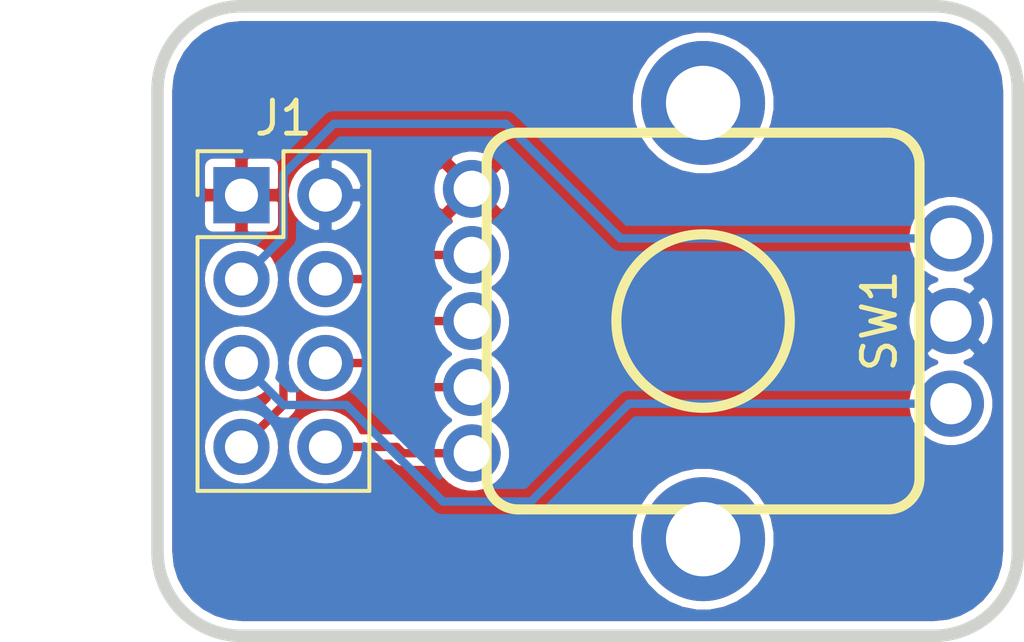
<source format=kicad_pcb>
(kicad_pcb (version 20171130) (host pcbnew "(5.1.4)-1")

  (general
    (thickness 1.6)
    (drawings 8)
    (tracks 27)
    (zones 0)
    (modules 2)
    (nets 9)
  )

  (page A4)
  (layers
    (0 F.Cu signal)
    (31 B.Cu signal)
    (32 B.Adhes user)
    (33 F.Adhes user)
    (34 B.Paste user)
    (35 F.Paste user)
    (36 B.SilkS user)
    (37 F.SilkS user)
    (38 B.Mask user)
    (39 F.Mask user)
    (40 Dwgs.User user)
    (41 Cmts.User user)
    (42 Eco1.User user)
    (43 Eco2.User user)
    (44 Edge.Cuts user)
    (45 Margin user)
    (46 B.CrtYd user)
    (47 F.CrtYd user)
    (48 B.Fab user)
    (49 F.Fab user)
  )

  (setup
    (last_trace_width 0.1524)
    (user_trace_width 0.1524)
    (user_trace_width 0.254)
    (trace_clearance 0.2032)
    (zone_clearance 0.254)
    (zone_45_only no)
    (trace_min 0.127)
    (via_size 0.762)
    (via_drill 0.381)
    (via_min_size 0.635)
    (via_min_drill 0.254)
    (uvia_size 0.3)
    (uvia_drill 0.1)
    (uvias_allowed no)
    (uvia_min_size 0.2)
    (uvia_min_drill 0.1)
    (edge_width 0.381)
    (segment_width 0.2)
    (pcb_text_width 0.3)
    (pcb_text_size 1.5 1.5)
    (mod_edge_width 0.12)
    (mod_text_size 1 1)
    (mod_text_width 0.15)
    (pad_size 1.524 1.524)
    (pad_drill 0.762)
    (pad_to_mask_clearance 0.0508)
    (solder_mask_min_width 0.0508)
    (aux_axis_origin 165.1 99.06)
    (visible_elements 7FFFFFFF)
    (pcbplotparams
      (layerselection 0x010fc_ffffffff)
      (usegerberextensions false)
      (usegerberattributes false)
      (usegerberadvancedattributes false)
      (creategerberjobfile false)
      (excludeedgelayer true)
      (linewidth 0.100000)
      (plotframeref false)
      (viasonmask false)
      (mode 1)
      (useauxorigin true)
      (hpglpennumber 1)
      (hpglpenspeed 20)
      (hpglpendiameter 15.000000)
      (psnegative false)
      (psa4output false)
      (plotreference false)
      (plotvalue false)
      (plotinvisibletext false)
      (padsonsilk false)
      (subtractmaskfromsilk true)
      (outputformat 1)
      (mirror false)
      (drillshape 0)
      (scaleselection 1)
      (outputdirectory "Encoder Breakout Gerbers 3-27-1531/"))
  )

  (net 0 "")
  (net 1 /BLUE)
  (net 2 /ENC_SW)
  (net 3 /GREEN)
  (net 4 /ENC_B)
  (net 5 /RED)
  (net 6 /ENC_A)
  (net 7 /GND)
  (net 8 /VCC)

  (net_class Default "This is the default net class."
    (clearance 0.2032)
    (trace_width 0.1524)
    (via_dia 0.762)
    (via_drill 0.381)
    (uvia_dia 0.3)
    (uvia_drill 0.1)
    (add_net /BLUE)
    (add_net /ENC_A)
    (add_net /ENC_B)
    (add_net /ENC_SW)
    (add_net /GND)
    (add_net /GREEN)
    (add_net /RED)
    (add_net /VCC)
  )

  (module Custom-Electromechanical:Rotary_Encoder_RGB (layer F.Cu) (tedit 5DE07FE4) (tstamp 5DE1CDD7)
    (at 165.1 99.06 90)
    (path /5DE18EBC)
    (fp_text reference SW1 (at 0 5.334 90) (layer F.SilkS)
      (effects (font (size 1 1) (thickness 0.15)))
    )
    (fp_text value Rotary_Encoder_RGB (at 0 -9.398 90) (layer F.Fab)
      (effects (font (size 1 1) (thickness 0.15)))
    )
    (fp_arc (start -4.75 5.6) (end -5.7 5.599999) (angle -90) (layer F.SilkS) (width 0.304799))
    (fp_line (start 5.699999 5.6) (end 5.699999 -5.599999) (layer F.SilkS) (width 0.304799))
    (fp_arc (start -4.75 -5.6) (end -4.75 -6.55) (angle -90) (layer F.SilkS) (width 0.304799))
    (fp_line (start 4.75 -6.549999) (end -4.75 -6.55) (layer F.SilkS) (width 0.304799))
    (fp_arc (start 4.75 5.6) (end 4.749999 6.55) (angle -90) (layer F.SilkS) (width 0.304799))
    (fp_line (start -5.7 -5.6) (end -5.7 5.599999) (layer F.SilkS) (width 0.304799))
    (fp_circle (center 0 0) (end 2.625 0) (layer F.SilkS) (width 0.304799))
    (fp_line (start -4.75 6.55) (end 4.749999 6.55) (layer F.SilkS) (width 0.304799))
    (fp_arc (start 4.749999 -5.599999) (end 5.699999 -5.599999) (angle -90) (layer F.SilkS) (width 0.304799))
    (pad M thru_hole circle (at 6.6 0 90) (size 3.75 3.75) (drill 2.25) (layers *.Cu *.Mask))
    (pad M thru_hole circle (at -6.6 0 90) (size 3.75 3.75) (drill 2.25) (layers *.Cu *.Mask))
    (pad 5 thru_hole circle (at 4 -7 90) (size 1.75 1.75) (drill 1.1) (layers *.Cu *.Mask)
      (net 8 /VCC))
    (pad 4 thru_hole circle (at 2 -7 90) (size 1.75 1.75) (drill 1.1) (layers *.Cu *.Mask)
      (net 1 /BLUE))
    (pad 3 thru_hole circle (at 0 -7 90) (size 1.75 1.75) (drill 1.1) (layers *.Cu *.Mask)
      (net 2 /ENC_SW))
    (pad 2 thru_hole circle (at -2 -7 90) (size 1.75 1.75) (drill 1.1) (layers *.Cu *.Mask)
      (net 3 /GREEN))
    (pad 1 thru_hole circle (at -4 -7 90) (size 1.75 1.75) (drill 1.1) (layers *.Cu *.Mask)
      (net 5 /RED))
    (pad B thru_hole circle (at 2.5 7.5 90) (size 2 2) (drill 1.25) (layers *.Cu *.Mask)
      (net 4 /ENC_B))
    (pad C thru_hole circle (at 0 7.5 90) (size 2 2) (drill 1.25) (layers *.Cu *.Mask)
      (net 7 /GND))
    (pad A thru_hole circle (at -2.5 7.5 90) (size 2 2) (drill 1.25) (layers *.Cu *.Mask)
      (net 6 /ENC_A))
    (model :CUSTOM_3D:Rotary_Encoder_RGB_Assembly.stp
      (at (xyz 0 0 0))
      (scale (xyz 1 1 1))
      (rotate (xyz 0 0 -90))
    )
  )

  (module Connector_PinHeader_2.54mm:PinHeader_2x04_P2.54mm_Vertical (layer F.Cu) (tedit 59FED5CC) (tstamp 5DE1CDC0)
    (at 151.13 95.25)
    (descr "Through hole straight pin header, 2x04, 2.54mm pitch, double rows")
    (tags "Through hole pin header THT 2x04 2.54mm double row")
    (path /5DE1D285)
    (fp_text reference J1 (at 1.27 -2.33) (layer F.SilkS)
      (effects (font (size 1 1) (thickness 0.15)))
    )
    (fp_text value Conn_02x04_Odd_Even (at 1.27 9.95) (layer F.Fab)
      (effects (font (size 1 1) (thickness 0.15)))
    )
    (fp_text user %R (at 1.27 3.81 90) (layer F.Fab)
      (effects (font (size 1 1) (thickness 0.15)))
    )
    (fp_line (start 4.35 -1.8) (end -1.8 -1.8) (layer F.CrtYd) (width 0.05))
    (fp_line (start 4.35 9.4) (end 4.35 -1.8) (layer F.CrtYd) (width 0.05))
    (fp_line (start -1.8 9.4) (end 4.35 9.4) (layer F.CrtYd) (width 0.05))
    (fp_line (start -1.8 -1.8) (end -1.8 9.4) (layer F.CrtYd) (width 0.05))
    (fp_line (start -1.33 -1.33) (end 0 -1.33) (layer F.SilkS) (width 0.12))
    (fp_line (start -1.33 0) (end -1.33 -1.33) (layer F.SilkS) (width 0.12))
    (fp_line (start 1.27 -1.33) (end 3.87 -1.33) (layer F.SilkS) (width 0.12))
    (fp_line (start 1.27 1.27) (end 1.27 -1.33) (layer F.SilkS) (width 0.12))
    (fp_line (start -1.33 1.27) (end 1.27 1.27) (layer F.SilkS) (width 0.12))
    (fp_line (start 3.87 -1.33) (end 3.87 8.95) (layer F.SilkS) (width 0.12))
    (fp_line (start -1.33 1.27) (end -1.33 8.95) (layer F.SilkS) (width 0.12))
    (fp_line (start -1.33 8.95) (end 3.87 8.95) (layer F.SilkS) (width 0.12))
    (fp_line (start -1.27 0) (end 0 -1.27) (layer F.Fab) (width 0.1))
    (fp_line (start -1.27 8.89) (end -1.27 0) (layer F.Fab) (width 0.1))
    (fp_line (start 3.81 8.89) (end -1.27 8.89) (layer F.Fab) (width 0.1))
    (fp_line (start 3.81 -1.27) (end 3.81 8.89) (layer F.Fab) (width 0.1))
    (fp_line (start 0 -1.27) (end 3.81 -1.27) (layer F.Fab) (width 0.1))
    (pad 8 thru_hole oval (at 2.54 7.62) (size 1.7 1.7) (drill 1) (layers *.Cu *.Mask)
      (net 5 /RED))
    (pad 7 thru_hole oval (at 0 7.62) (size 1.7 1.7) (drill 1) (layers *.Cu *.Mask)
      (net 2 /ENC_SW))
    (pad 6 thru_hole oval (at 2.54 5.08) (size 1.7 1.7) (drill 1) (layers *.Cu *.Mask)
      (net 3 /GREEN))
    (pad 5 thru_hole oval (at 0 5.08) (size 1.7 1.7) (drill 1) (layers *.Cu *.Mask)
      (net 6 /ENC_A))
    (pad 4 thru_hole oval (at 2.54 2.54) (size 1.7 1.7) (drill 1) (layers *.Cu *.Mask)
      (net 1 /BLUE))
    (pad 3 thru_hole oval (at 0 2.54) (size 1.7 1.7) (drill 1) (layers *.Cu *.Mask)
      (net 4 /ENC_B))
    (pad 2 thru_hole oval (at 2.54 0) (size 1.7 1.7) (drill 1) (layers *.Cu *.Mask)
      (net 7 /GND))
    (pad 1 thru_hole rect (at 0 0) (size 1.7 1.7) (drill 1) (layers *.Cu *.Mask)
      (net 8 /VCC))
  )

  (gr_arc (start 151.13 106.045) (end 148.59 106.045) (angle -90) (layer Edge.Cuts) (width 0.381))
  (gr_arc (start 151.13 92.075) (end 151.13 89.535) (angle -90) (layer Edge.Cuts) (width 0.381))
  (gr_arc (start 172.085 92.075) (end 174.625 92.075) (angle -90) (layer Edge.Cuts) (width 0.381))
  (gr_arc (start 172.085 106.045) (end 172.085 108.585) (angle -90) (layer Edge.Cuts) (width 0.381))
  (gr_line (start 151.13 108.585) (end 172.085 108.585) (layer Edge.Cuts) (width 0.381))
  (gr_line (start 148.59 92.075) (end 148.59 106.045) (layer Edge.Cuts) (width 0.381))
  (gr_line (start 172.085 89.535) (end 151.13 89.535) (layer Edge.Cuts) (width 0.381))
  (gr_line (start 174.625 106.045) (end 174.625 92.075) (layer Edge.Cuts) (width 0.381))

  (segment (start 155.956 97.79) (end 153.67 97.79) (width 0.254) (layer F.Cu) (net 1))
  (segment (start 158.1 97.06) (end 156.686 97.06) (width 0.254) (layer F.Cu) (net 1))
  (segment (start 156.686 97.06) (end 155.956 97.79) (width 0.254) (layer F.Cu) (net 1))
  (segment (start 151.979999 102.020001) (end 151.13 102.87) (width 0.254) (layer F.Cu) (net 2))
  (segment (start 152.4 101.6) (end 151.979999 102.020001) (width 0.254) (layer F.Cu) (net 2))
  (segment (start 152.4 99.695) (end 152.4 101.6) (width 0.254) (layer F.Cu) (net 2))
  (segment (start 158.1 99.06) (end 153.035 99.06) (width 0.254) (layer F.Cu) (net 2))
  (segment (start 153.035 99.06) (end 152.4 99.695) (width 0.254) (layer F.Cu) (net 2))
  (segment (start 158.1 101.06) (end 156.686 101.06) (width 0.254) (layer F.Cu) (net 3))
  (segment (start 155.956 100.33) (end 153.67 100.33) (width 0.254) (layer F.Cu) (net 3))
  (segment (start 156.686 101.06) (end 155.956 100.33) (width 0.254) (layer F.Cu) (net 3))
  (segment (start 152.4 96.52) (end 151.13 97.79) (width 0.254) (layer B.Cu) (net 4))
  (segment (start 152.4 94.615) (end 152.4 96.52) (width 0.254) (layer B.Cu) (net 4))
  (segment (start 153.924 93.091) (end 152.4 94.615) (width 0.254) (layer B.Cu) (net 4))
  (segment (start 159.131 93.091) (end 153.924 93.091) (width 0.254) (layer B.Cu) (net 4))
  (segment (start 172.6 96.56) (end 162.6 96.56) (width 0.254) (layer B.Cu) (net 4))
  (segment (start 162.6 96.56) (end 159.131 93.091) (width 0.254) (layer B.Cu) (net 4))
  (segment (start 158.1 103.06) (end 156.019 103.06) (width 0.254) (layer F.Cu) (net 5))
  (segment (start 155.829 102.87) (end 153.67 102.87) (width 0.254) (layer F.Cu) (net 5))
  (segment (start 156.019 103.06) (end 155.829 102.87) (width 0.254) (layer F.Cu) (net 5))
  (segment (start 152.4 101.6) (end 154.305 101.6) (width 0.254) (layer B.Cu) (net 6))
  (segment (start 151.13 100.33) (end 152.4 101.6) (width 0.254) (layer B.Cu) (net 6))
  (segment (start 154.305 101.6) (end 157.226 104.521) (width 0.254) (layer B.Cu) (net 6))
  (segment (start 171.185787 101.56) (end 172.6 101.56) (width 0.254) (layer B.Cu) (net 6))
  (segment (start 157.226 104.521) (end 159.893 104.521) (width 0.254) (layer B.Cu) (net 6))
  (segment (start 159.893 104.521) (end 162.854 101.56) (width 0.254) (layer B.Cu) (net 6))
  (segment (start 162.854 101.56) (end 171.185787 101.56) (width 0.254) (layer B.Cu) (net 6))

  (zone (net 8) (net_name /VCC) (layer F.Cu) (tstamp 5E7E5504) (hatch edge 0.508)
    (connect_pads (clearance 0.254))
    (min_thickness 0.1524)
    (fill yes (arc_segments 32) (thermal_gap 0.254) (thermal_bridge_width 0.381))
    (polygon
      (pts
        (xy 148.59 89.535) (xy 174.625 89.535) (xy 174.625 108.585) (xy 148.59 108.585)
      )
    )
    (filled_polygon
      (pts
        (xy 172.476734 90.096607) (xy 172.853541 90.210371) (xy 173.201081 90.395162) (xy 173.506108 90.643934) (xy 173.757005 90.947218)
        (xy 173.944217 91.29346) (xy 174.060609 91.669462) (xy 174.104301 92.08516) (xy 174.1043 106.019532) (xy 174.063393 106.436734)
        (xy 173.949627 106.813544) (xy 173.764837 107.161084) (xy 173.516064 107.466109) (xy 173.212782 107.717005) (xy 172.866543 107.904215)
        (xy 172.490539 108.020609) (xy 172.074849 108.0643) (xy 151.155468 108.0643) (xy 150.738266 108.023393) (xy 150.361456 107.909627)
        (xy 150.013916 107.724837) (xy 149.708891 107.476064) (xy 149.457995 107.172782) (xy 149.270785 106.826543) (xy 149.154391 106.450539)
        (xy 149.1107 106.034849) (xy 149.1107 105.442807) (xy 162.8948 105.442807) (xy 162.8948 105.877193) (xy 162.979545 106.303233)
        (xy 163.145777 106.704554) (xy 163.387109 107.065733) (xy 163.694267 107.372891) (xy 164.055446 107.614223) (xy 164.456767 107.780455)
        (xy 164.882807 107.8652) (xy 165.317193 107.8652) (xy 165.743233 107.780455) (xy 166.144554 107.614223) (xy 166.505733 107.372891)
        (xy 166.812891 107.065733) (xy 167.054223 106.704554) (xy 167.220455 106.303233) (xy 167.3052 105.877193) (xy 167.3052 105.442807)
        (xy 167.220455 105.016767) (xy 167.054223 104.615446) (xy 166.812891 104.254267) (xy 166.505733 103.947109) (xy 166.144554 103.705777)
        (xy 165.743233 103.539545) (xy 165.317193 103.4548) (xy 164.882807 103.4548) (xy 164.456767 103.539545) (xy 164.055446 103.705777)
        (xy 163.694267 103.947109) (xy 163.387109 104.254267) (xy 163.145777 104.615446) (xy 162.979545 105.016767) (xy 162.8948 105.442807)
        (xy 149.1107 105.442807) (xy 149.1107 100.33) (xy 149.94409 100.33) (xy 149.966877 100.56136) (xy 150.034362 100.783828)
        (xy 150.143952 100.988856) (xy 150.291435 101.168565) (xy 150.471144 101.316048) (xy 150.676172 101.425638) (xy 150.89864 101.493123)
        (xy 151.072025 101.5102) (xy 151.187975 101.5102) (xy 151.36136 101.493123) (xy 151.583828 101.425638) (xy 151.788856 101.316048)
        (xy 151.942801 101.189709) (xy 151.942801 101.410621) (xy 151.672596 101.680827) (xy 151.672591 101.680831) (xy 151.58017 101.773252)
        (xy 151.36136 101.706877) (xy 151.187975 101.6898) (xy 151.072025 101.6898) (xy 150.89864 101.706877) (xy 150.676172 101.774362)
        (xy 150.471144 101.883952) (xy 150.291435 102.031435) (xy 150.143952 102.211144) (xy 150.034362 102.416172) (xy 149.966877 102.63864)
        (xy 149.94409 102.87) (xy 149.966877 103.10136) (xy 150.034362 103.323828) (xy 150.143952 103.528856) (xy 150.291435 103.708565)
        (xy 150.471144 103.856048) (xy 150.676172 103.965638) (xy 150.89864 104.033123) (xy 151.072025 104.0502) (xy 151.187975 104.0502)
        (xy 151.36136 104.033123) (xy 151.583828 103.965638) (xy 151.788856 103.856048) (xy 151.968565 103.708565) (xy 152.116048 103.528856)
        (xy 152.225638 103.323828) (xy 152.293123 103.10136) (xy 152.31591 102.87) (xy 152.293123 102.63864) (xy 152.226748 102.41983)
        (xy 152.319169 102.327409) (xy 152.319173 102.327404) (xy 152.707408 101.93917) (xy 152.724853 101.924853) (xy 152.781987 101.855236)
        (xy 152.824441 101.775809) (xy 152.850585 101.689627) (xy 152.8572 101.62246) (xy 152.8572 101.622451) (xy 152.859411 101.600001)
        (xy 152.8572 101.577551) (xy 152.8572 101.18971) (xy 153.011144 101.316048) (xy 153.216172 101.425638) (xy 153.43864 101.493123)
        (xy 153.612025 101.5102) (xy 153.727975 101.5102) (xy 153.90136 101.493123) (xy 154.123828 101.425638) (xy 154.328856 101.316048)
        (xy 154.508565 101.168565) (xy 154.656048 100.988856) (xy 154.763836 100.7872) (xy 155.766623 100.7872) (xy 156.34683 101.367408)
        (xy 156.361147 101.384853) (xy 156.430764 101.441987) (xy 156.510191 101.484441) (xy 156.596373 101.510585) (xy 156.66354 101.5172)
        (xy 156.66355 101.5172) (xy 156.686 101.519411) (xy 156.70845 101.5172) (xy 156.98488 101.5172) (xy 157.031966 101.630876)
        (xy 157.16386 101.82827) (xy 157.33173 101.99614) (xy 157.427304 102.06) (xy 157.33173 102.12386) (xy 157.16386 102.29173)
        (xy 157.031966 102.489124) (xy 156.98488 102.6028) (xy 156.208377 102.6028) (xy 156.168174 102.562596) (xy 156.153853 102.545147)
        (xy 156.084236 102.488013) (xy 156.004809 102.445559) (xy 155.918627 102.419415) (xy 155.85146 102.4128) (xy 155.85145 102.4128)
        (xy 155.829 102.410589) (xy 155.80655 102.4128) (xy 154.763836 102.4128) (xy 154.656048 102.211144) (xy 154.508565 102.031435)
        (xy 154.328856 101.883952) (xy 154.123828 101.774362) (xy 153.90136 101.706877) (xy 153.727975 101.6898) (xy 153.612025 101.6898)
        (xy 153.43864 101.706877) (xy 153.216172 101.774362) (xy 153.011144 101.883952) (xy 152.831435 102.031435) (xy 152.683952 102.211144)
        (xy 152.574362 102.416172) (xy 152.506877 102.63864) (xy 152.48409 102.87) (xy 152.506877 103.10136) (xy 152.574362 103.323828)
        (xy 152.683952 103.528856) (xy 152.831435 103.708565) (xy 153.011144 103.856048) (xy 153.216172 103.965638) (xy 153.43864 104.033123)
        (xy 153.612025 104.0502) (xy 153.727975 104.0502) (xy 153.90136 104.033123) (xy 154.123828 103.965638) (xy 154.328856 103.856048)
        (xy 154.508565 103.708565) (xy 154.656048 103.528856) (xy 154.763836 103.3272) (xy 155.639622 103.3272) (xy 155.67983 103.367408)
        (xy 155.694147 103.384853) (xy 155.763764 103.441987) (xy 155.787736 103.4548) (xy 155.84319 103.484441) (xy 155.929373 103.510585)
        (xy 155.99654 103.5172) (xy 155.996548 103.5172) (xy 156.019 103.519411) (xy 156.041452 103.5172) (xy 156.98488 103.5172)
        (xy 157.031966 103.630876) (xy 157.16386 103.82827) (xy 157.33173 103.99614) (xy 157.529124 104.128034) (xy 157.748456 104.218884)
        (xy 157.981298 104.2652) (xy 158.218702 104.2652) (xy 158.451544 104.218884) (xy 158.670876 104.128034) (xy 158.86827 103.99614)
        (xy 159.03614 103.82827) (xy 159.168034 103.630876) (xy 159.258884 103.411544) (xy 159.3052 103.178702) (xy 159.3052 102.941298)
        (xy 159.258884 102.708456) (xy 159.168034 102.489124) (xy 159.03614 102.29173) (xy 158.86827 102.12386) (xy 158.772696 102.06)
        (xy 158.86827 101.99614) (xy 159.03614 101.82827) (xy 159.168034 101.630876) (xy 159.258884 101.411544) (xy 159.3052 101.178702)
        (xy 159.3052 100.941298) (xy 159.258884 100.708456) (xy 159.168034 100.489124) (xy 159.03614 100.29173) (xy 158.86827 100.12386)
        (xy 158.772696 100.06) (xy 158.86827 99.99614) (xy 159.03614 99.82827) (xy 159.168034 99.630876) (xy 159.258884 99.411544)
        (xy 159.3052 99.178702) (xy 159.3052 98.941298) (xy 159.258884 98.708456) (xy 159.168034 98.489124) (xy 159.03614 98.29173)
        (xy 158.86827 98.12386) (xy 158.772696 98.06) (xy 158.86827 97.99614) (xy 159.03614 97.82827) (xy 159.168034 97.630876)
        (xy 159.258884 97.411544) (xy 159.3052 97.178702) (xy 159.3052 96.941298) (xy 159.258884 96.708456) (xy 159.168034 96.489124)
        (xy 159.127852 96.428987) (xy 171.2698 96.428987) (xy 171.2698 96.691013) (xy 171.320919 96.948005) (xy 171.421192 97.190086)
        (xy 171.566766 97.407953) (xy 171.752047 97.593234) (xy 171.969914 97.738808) (xy 172.141787 97.81) (xy 171.969914 97.881192)
        (xy 171.752047 98.026766) (xy 171.566766 98.212047) (xy 171.421192 98.429914) (xy 171.320919 98.671995) (xy 171.2698 98.928987)
        (xy 171.2698 99.191013) (xy 171.320919 99.448005) (xy 171.421192 99.690086) (xy 171.566766 99.907953) (xy 171.752047 100.093234)
        (xy 171.969914 100.238808) (xy 172.141787 100.31) (xy 171.969914 100.381192) (xy 171.752047 100.526766) (xy 171.566766 100.712047)
        (xy 171.421192 100.929914) (xy 171.320919 101.171995) (xy 171.2698 101.428987) (xy 171.2698 101.691013) (xy 171.320919 101.948005)
        (xy 171.421192 102.190086) (xy 171.566766 102.407953) (xy 171.752047 102.593234) (xy 171.969914 102.738808) (xy 172.211995 102.839081)
        (xy 172.468987 102.8902) (xy 172.731013 102.8902) (xy 172.988005 102.839081) (xy 173.230086 102.738808) (xy 173.447953 102.593234)
        (xy 173.633234 102.407953) (xy 173.778808 102.190086) (xy 173.879081 101.948005) (xy 173.9302 101.691013) (xy 173.9302 101.428987)
        (xy 173.879081 101.171995) (xy 173.778808 100.929914) (xy 173.633234 100.712047) (xy 173.447953 100.526766) (xy 173.230086 100.381192)
        (xy 173.058213 100.31) (xy 173.230086 100.238808) (xy 173.447953 100.093234) (xy 173.633234 99.907953) (xy 173.778808 99.690086)
        (xy 173.879081 99.448005) (xy 173.9302 99.191013) (xy 173.9302 98.928987) (xy 173.879081 98.671995) (xy 173.778808 98.429914)
        (xy 173.633234 98.212047) (xy 173.447953 98.026766) (xy 173.230086 97.881192) (xy 173.058213 97.81) (xy 173.230086 97.738808)
        (xy 173.447953 97.593234) (xy 173.633234 97.407953) (xy 173.778808 97.190086) (xy 173.879081 96.948005) (xy 173.9302 96.691013)
        (xy 173.9302 96.428987) (xy 173.879081 96.171995) (xy 173.778808 95.929914) (xy 173.633234 95.712047) (xy 173.447953 95.526766)
        (xy 173.230086 95.381192) (xy 172.988005 95.280919) (xy 172.731013 95.2298) (xy 172.468987 95.2298) (xy 172.211995 95.280919)
        (xy 171.969914 95.381192) (xy 171.752047 95.526766) (xy 171.566766 95.712047) (xy 171.421192 95.929914) (xy 171.320919 96.171995)
        (xy 171.2698 96.428987) (xy 159.127852 96.428987) (xy 159.03614 96.29173) (xy 158.86827 96.12386) (xy 158.749623 96.044583)
        (xy 158.813031 95.934676) (xy 158.1 95.221645) (xy 157.386969 95.934676) (xy 157.450377 96.044583) (xy 157.33173 96.12386)
        (xy 157.16386 96.29173) (xy 157.031966 96.489124) (xy 156.98488 96.6028) (xy 156.70845 96.6028) (xy 156.686 96.600589)
        (xy 156.66355 96.6028) (xy 156.66354 96.6028) (xy 156.596373 96.609415) (xy 156.510191 96.635559) (xy 156.430764 96.678013)
        (xy 156.361147 96.735147) (xy 156.34683 96.752592) (xy 155.766623 97.3328) (xy 154.763836 97.3328) (xy 154.656048 97.131144)
        (xy 154.508565 96.951435) (xy 154.328856 96.803952) (xy 154.123828 96.694362) (xy 153.90136 96.626877) (xy 153.727975 96.6098)
        (xy 153.612025 96.6098) (xy 153.43864 96.626877) (xy 153.216172 96.694362) (xy 153.011144 96.803952) (xy 152.831435 96.951435)
        (xy 152.683952 97.131144) (xy 152.574362 97.336172) (xy 152.506877 97.55864) (xy 152.48409 97.79) (xy 152.506877 98.02136)
        (xy 152.574362 98.243828) (xy 152.683952 98.448856) (xy 152.831435 98.628565) (xy 152.847543 98.641784) (xy 152.779764 98.678013)
        (xy 152.727592 98.720829) (xy 152.727586 98.720835) (xy 152.710147 98.735147) (xy 152.695834 98.752587) (xy 152.092597 99.355826)
        (xy 152.075147 99.370147) (xy 152.018013 99.439765) (xy 151.981785 99.507544) (xy 151.968565 99.491435) (xy 151.788856 99.343952)
        (xy 151.583828 99.234362) (xy 151.36136 99.166877) (xy 151.187975 99.1498) (xy 151.072025 99.1498) (xy 150.89864 99.166877)
        (xy 150.676172 99.234362) (xy 150.471144 99.343952) (xy 150.291435 99.491435) (xy 150.143952 99.671144) (xy 150.034362 99.876172)
        (xy 149.966877 100.09864) (xy 149.94409 100.33) (xy 149.1107 100.33) (xy 149.1107 97.79) (xy 149.94409 97.79)
        (xy 149.966877 98.02136) (xy 150.034362 98.243828) (xy 150.143952 98.448856) (xy 150.291435 98.628565) (xy 150.471144 98.776048)
        (xy 150.676172 98.885638) (xy 150.89864 98.953123) (xy 151.072025 98.9702) (xy 151.187975 98.9702) (xy 151.36136 98.953123)
        (xy 151.583828 98.885638) (xy 151.788856 98.776048) (xy 151.968565 98.628565) (xy 152.116048 98.448856) (xy 152.225638 98.243828)
        (xy 152.293123 98.02136) (xy 152.31591 97.79) (xy 152.293123 97.55864) (xy 152.225638 97.336172) (xy 152.116048 97.131144)
        (xy 151.968565 96.951435) (xy 151.788856 96.803952) (xy 151.583828 96.694362) (xy 151.36136 96.626877) (xy 151.187975 96.6098)
        (xy 151.072025 96.6098) (xy 150.89864 96.626877) (xy 150.676172 96.694362) (xy 150.471144 96.803952) (xy 150.291435 96.951435)
        (xy 150.143952 97.131144) (xy 150.034362 97.336172) (xy 149.966877 97.55864) (xy 149.94409 97.79) (xy 149.1107 97.79)
        (xy 149.1107 96.1) (xy 149.948202 96.1) (xy 149.954577 96.164731) (xy 149.973459 96.226974) (xy 150.00412 96.284337)
        (xy 150.045383 96.334617) (xy 150.095663 96.37588) (xy 150.153026 96.406541) (xy 150.215269 96.425423) (xy 150.28 96.431798)
        (xy 150.93315 96.4302) (xy 151.0157 96.34765) (xy 151.0157 95.3643) (xy 151.2443 95.3643) (xy 151.2443 96.34765)
        (xy 151.32685 96.4302) (xy 151.98 96.431798) (xy 152.044731 96.425423) (xy 152.106974 96.406541) (xy 152.164337 96.37588)
        (xy 152.214617 96.334617) (xy 152.25588 96.284337) (xy 152.286541 96.226974) (xy 152.305423 96.164731) (xy 152.311798 96.1)
        (xy 152.3102 95.44685) (xy 152.22765 95.3643) (xy 151.2443 95.3643) (xy 151.0157 95.3643) (xy 150.03235 95.3643)
        (xy 149.9498 95.44685) (xy 149.948202 96.1) (xy 149.1107 96.1) (xy 149.1107 95.25) (xy 152.48409 95.25)
        (xy 152.506877 95.48136) (xy 152.574362 95.703828) (xy 152.683952 95.908856) (xy 152.831435 96.088565) (xy 153.011144 96.236048)
        (xy 153.216172 96.345638) (xy 153.43864 96.413123) (xy 153.612025 96.4302) (xy 153.727975 96.4302) (xy 153.90136 96.413123)
        (xy 154.123828 96.345638) (xy 154.328856 96.236048) (xy 154.508565 96.088565) (xy 154.656048 95.908856) (xy 154.765638 95.703828)
        (xy 154.833123 95.48136) (xy 154.85591 95.25) (xy 154.843784 95.12688) (xy 156.890818 95.12688) (xy 156.927099 95.361495)
        (xy 157.008455 95.584523) (xy 157.057445 95.676178) (xy 157.225324 95.773031) (xy 157.938355 95.06) (xy 158.261645 95.06)
        (xy 158.974676 95.773031) (xy 159.142555 95.676178) (xy 159.242733 95.460945) (xy 159.298996 95.230305) (xy 159.309182 94.99312)
        (xy 159.272901 94.758505) (xy 159.191545 94.535477) (xy 159.142555 94.443822) (xy 158.974676 94.346969) (xy 158.261645 95.06)
        (xy 157.938355 95.06) (xy 157.225324 94.346969) (xy 157.057445 94.443822) (xy 156.957267 94.659055) (xy 156.901004 94.889695)
        (xy 156.890818 95.12688) (xy 154.843784 95.12688) (xy 154.833123 95.01864) (xy 154.765638 94.796172) (xy 154.656048 94.591144)
        (xy 154.508565 94.411435) (xy 154.328856 94.263952) (xy 154.181754 94.185324) (xy 157.386969 94.185324) (xy 158.1 94.898355)
        (xy 158.813031 94.185324) (xy 158.716178 94.017445) (xy 158.500945 93.917267) (xy 158.270305 93.861004) (xy 158.03312 93.850818)
        (xy 157.798505 93.887099) (xy 157.575477 93.968455) (xy 157.483822 94.017445) (xy 157.386969 94.185324) (xy 154.181754 94.185324)
        (xy 154.123828 94.154362) (xy 153.90136 94.086877) (xy 153.727975 94.0698) (xy 153.612025 94.0698) (xy 153.43864 94.086877)
        (xy 153.216172 94.154362) (xy 153.011144 94.263952) (xy 152.831435 94.411435) (xy 152.683952 94.591144) (xy 152.574362 94.796172)
        (xy 152.506877 95.01864) (xy 152.48409 95.25) (xy 149.1107 95.25) (xy 149.1107 94.4) (xy 149.948202 94.4)
        (xy 149.9498 95.05315) (xy 150.03235 95.1357) (xy 151.0157 95.1357) (xy 151.0157 94.15235) (xy 151.2443 94.15235)
        (xy 151.2443 95.1357) (xy 152.22765 95.1357) (xy 152.3102 95.05315) (xy 152.311798 94.4) (xy 152.305423 94.335269)
        (xy 152.286541 94.273026) (xy 152.25588 94.215663) (xy 152.214617 94.165383) (xy 152.164337 94.12412) (xy 152.106974 94.093459)
        (xy 152.044731 94.074577) (xy 151.98 94.068202) (xy 151.32685 94.0698) (xy 151.2443 94.15235) (xy 151.0157 94.15235)
        (xy 150.93315 94.0698) (xy 150.28 94.068202) (xy 150.215269 94.074577) (xy 150.153026 94.093459) (xy 150.095663 94.12412)
        (xy 150.045383 94.165383) (xy 150.00412 94.215663) (xy 149.973459 94.273026) (xy 149.954577 94.335269) (xy 149.948202 94.4)
        (xy 149.1107 94.4) (xy 149.1107 92.242807) (xy 162.8948 92.242807) (xy 162.8948 92.677193) (xy 162.979545 93.103233)
        (xy 163.145777 93.504554) (xy 163.387109 93.865733) (xy 163.694267 94.172891) (xy 164.055446 94.414223) (xy 164.456767 94.580455)
        (xy 164.882807 94.6652) (xy 165.317193 94.6652) (xy 165.743233 94.580455) (xy 166.144554 94.414223) (xy 166.505733 94.172891)
        (xy 166.812891 93.865733) (xy 167.054223 93.504554) (xy 167.220455 93.103233) (xy 167.3052 92.677193) (xy 167.3052 92.242807)
        (xy 167.220455 91.816767) (xy 167.054223 91.415446) (xy 166.812891 91.054267) (xy 166.505733 90.747109) (xy 166.144554 90.505777)
        (xy 165.743233 90.339545) (xy 165.317193 90.2548) (xy 164.882807 90.2548) (xy 164.456767 90.339545) (xy 164.055446 90.505777)
        (xy 163.694267 90.747109) (xy 163.387109 91.054267) (xy 163.145777 91.415446) (xy 162.979545 91.816767) (xy 162.8948 92.242807)
        (xy 149.1107 92.242807) (xy 149.1107 92.100468) (xy 149.151607 91.683266) (xy 149.265371 91.306459) (xy 149.450162 90.958919)
        (xy 149.698934 90.653892) (xy 150.002218 90.402995) (xy 150.34846 90.215783) (xy 150.724462 90.099391) (xy 151.140151 90.0557)
        (xy 172.059532 90.0557)
      )
    )
  )
  (zone (net 7) (net_name /GND) (layer B.Cu) (tstamp 5E7E5501) (hatch edge 0.508)
    (connect_pads (clearance 0.254))
    (min_thickness 0.1524)
    (fill yes (arc_segments 32) (thermal_gap 0.254) (thermal_bridge_width 0.381))
    (polygon
      (pts
        (xy 148.59 89.535) (xy 174.625 89.535) (xy 174.625 108.585) (xy 148.59 108.585)
      )
    )
    (filled_polygon
      (pts
        (xy 172.476734 90.096607) (xy 172.853541 90.210371) (xy 173.201081 90.395162) (xy 173.506108 90.643934) (xy 173.757005 90.947218)
        (xy 173.944217 91.29346) (xy 174.060609 91.669462) (xy 174.104301 92.08516) (xy 174.1043 106.019532) (xy 174.063393 106.436734)
        (xy 173.949627 106.813544) (xy 173.764837 107.161084) (xy 173.516064 107.466109) (xy 173.212782 107.717005) (xy 172.866543 107.904215)
        (xy 172.490539 108.020609) (xy 172.074849 108.0643) (xy 151.155468 108.0643) (xy 150.738266 108.023393) (xy 150.361456 107.909627)
        (xy 150.013916 107.724837) (xy 149.708891 107.476064) (xy 149.457995 107.172782) (xy 149.270785 106.826543) (xy 149.154391 106.450539)
        (xy 149.1107 106.034849) (xy 149.1107 105.442807) (xy 162.8948 105.442807) (xy 162.8948 105.877193) (xy 162.979545 106.303233)
        (xy 163.145777 106.704554) (xy 163.387109 107.065733) (xy 163.694267 107.372891) (xy 164.055446 107.614223) (xy 164.456767 107.780455)
        (xy 164.882807 107.8652) (xy 165.317193 107.8652) (xy 165.743233 107.780455) (xy 166.144554 107.614223) (xy 166.505733 107.372891)
        (xy 166.812891 107.065733) (xy 167.054223 106.704554) (xy 167.220455 106.303233) (xy 167.3052 105.877193) (xy 167.3052 105.442807)
        (xy 167.220455 105.016767) (xy 167.054223 104.615446) (xy 166.812891 104.254267) (xy 166.505733 103.947109) (xy 166.144554 103.705777)
        (xy 165.743233 103.539545) (xy 165.317193 103.4548) (xy 164.882807 103.4548) (xy 164.456767 103.539545) (xy 164.055446 103.705777)
        (xy 163.694267 103.947109) (xy 163.387109 104.254267) (xy 163.145777 104.615446) (xy 162.979545 105.016767) (xy 162.8948 105.442807)
        (xy 149.1107 105.442807) (xy 149.1107 102.87) (xy 149.94409 102.87) (xy 149.966877 103.10136) (xy 150.034362 103.323828)
        (xy 150.143952 103.528856) (xy 150.291435 103.708565) (xy 150.471144 103.856048) (xy 150.676172 103.965638) (xy 150.89864 104.033123)
        (xy 151.072025 104.0502) (xy 151.187975 104.0502) (xy 151.36136 104.033123) (xy 151.583828 103.965638) (xy 151.788856 103.856048)
        (xy 151.968565 103.708565) (xy 152.116048 103.528856) (xy 152.225638 103.323828) (xy 152.293123 103.10136) (xy 152.31591 102.87)
        (xy 152.293123 102.63864) (xy 152.225638 102.416172) (xy 152.116048 102.211144) (xy 151.968565 102.031435) (xy 151.788856 101.883952)
        (xy 151.583828 101.774362) (xy 151.36136 101.706877) (xy 151.187975 101.6898) (xy 151.072025 101.6898) (xy 150.89864 101.706877)
        (xy 150.676172 101.774362) (xy 150.471144 101.883952) (xy 150.291435 102.031435) (xy 150.143952 102.211144) (xy 150.034362 102.416172)
        (xy 149.966877 102.63864) (xy 149.94409 102.87) (xy 149.1107 102.87) (xy 149.1107 100.33) (xy 149.94409 100.33)
        (xy 149.966877 100.56136) (xy 150.034362 100.783828) (xy 150.143952 100.988856) (xy 150.291435 101.168565) (xy 150.471144 101.316048)
        (xy 150.676172 101.425638) (xy 150.89864 101.493123) (xy 151.072025 101.5102) (xy 151.187975 101.5102) (xy 151.36136 101.493123)
        (xy 151.58017 101.426748) (xy 152.060829 101.907407) (xy 152.075147 101.924853) (xy 152.092592 101.93917) (xy 152.144763 101.981987)
        (xy 152.187217 102.004678) (xy 152.224191 102.024441) (xy 152.310373 102.050585) (xy 152.37754 102.0572) (xy 152.377549 102.0572)
        (xy 152.399999 102.059411) (xy 152.422449 102.0572) (xy 152.81029 102.0572) (xy 152.683952 102.211144) (xy 152.574362 102.416172)
        (xy 152.506877 102.63864) (xy 152.48409 102.87) (xy 152.506877 103.10136) (xy 152.574362 103.323828) (xy 152.683952 103.528856)
        (xy 152.831435 103.708565) (xy 153.011144 103.856048) (xy 153.216172 103.965638) (xy 153.43864 104.033123) (xy 153.612025 104.0502)
        (xy 153.727975 104.0502) (xy 153.90136 104.033123) (xy 154.123828 103.965638) (xy 154.328856 103.856048) (xy 154.508565 103.708565)
        (xy 154.656048 103.528856) (xy 154.765638 103.323828) (xy 154.833123 103.10136) (xy 154.85591 102.87) (xy 154.847988 102.789565)
        (xy 156.88683 104.828408) (xy 156.901147 104.845853) (xy 156.970764 104.902987) (xy 157.050191 104.945441) (xy 157.136373 104.971585)
        (xy 157.20354 104.9782) (xy 157.20355 104.9782) (xy 157.226 104.980411) (xy 157.24845 104.9782) (xy 159.87055 104.9782)
        (xy 159.893 104.980411) (xy 159.91545 104.9782) (xy 159.91546 104.9782) (xy 159.982627 104.971585) (xy 160.068809 104.945441)
        (xy 160.148236 104.902987) (xy 160.217853 104.845853) (xy 160.232174 104.828403) (xy 163.043378 102.0172) (xy 171.34958 102.0172)
        (xy 171.421192 102.190086) (xy 171.566766 102.407953) (xy 171.752047 102.593234) (xy 171.969914 102.738808) (xy 172.211995 102.839081)
        (xy 172.468987 102.8902) (xy 172.731013 102.8902) (xy 172.988005 102.839081) (xy 173.230086 102.738808) (xy 173.447953 102.593234)
        (xy 173.633234 102.407953) (xy 173.778808 102.190086) (xy 173.879081 101.948005) (xy 173.9302 101.691013) (xy 173.9302 101.428987)
        (xy 173.879081 101.171995) (xy 173.778808 100.929914) (xy 173.633234 100.712047) (xy 173.447953 100.526766) (xy 173.230086 100.381192)
        (xy 173.056744 100.309392) (xy 173.168172 100.269866) (xy 173.290307 100.204585) (xy 173.402259 100.023904) (xy 172.6 99.221645)
        (xy 171.797741 100.023904) (xy 171.909693 100.204585) (xy 172.136021 100.312388) (xy 171.969914 100.381192) (xy 171.752047 100.526766)
        (xy 171.566766 100.712047) (xy 171.421192 100.929914) (xy 171.34958 101.1028) (xy 162.876449 101.1028) (xy 162.853999 101.100589)
        (xy 162.831549 101.1028) (xy 162.83154 101.1028) (xy 162.764373 101.109415) (xy 162.678191 101.135559) (xy 162.664644 101.1428)
        (xy 162.598763 101.178013) (xy 162.546592 101.22083) (xy 162.529147 101.235147) (xy 162.51483 101.252592) (xy 159.703623 104.0638)
        (xy 158.767009 104.0638) (xy 158.86827 103.99614) (xy 159.03614 103.82827) (xy 159.168034 103.630876) (xy 159.258884 103.411544)
        (xy 159.3052 103.178702) (xy 159.3052 102.941298) (xy 159.258884 102.708456) (xy 159.168034 102.489124) (xy 159.03614 102.29173)
        (xy 158.86827 102.12386) (xy 158.772696 102.06) (xy 158.86827 101.99614) (xy 159.03614 101.82827) (xy 159.168034 101.630876)
        (xy 159.258884 101.411544) (xy 159.3052 101.178702) (xy 159.3052 100.941298) (xy 159.258884 100.708456) (xy 159.168034 100.489124)
        (xy 159.03614 100.29173) (xy 158.86827 100.12386) (xy 158.772696 100.06) (xy 158.86827 99.99614) (xy 159.03614 99.82827)
        (xy 159.168034 99.630876) (xy 159.258884 99.411544) (xy 159.3052 99.178702) (xy 159.3052 99.121928) (xy 171.264799 99.121928)
        (xy 171.302536 99.381222) (xy 171.390134 99.628172) (xy 171.455415 99.750307) (xy 171.636096 99.862259) (xy 172.438355 99.06)
        (xy 172.761645 99.06) (xy 173.563904 99.862259) (xy 173.744585 99.750307) (xy 173.857263 99.513745) (xy 173.921627 99.259747)
        (xy 173.935201 98.998072) (xy 173.897464 98.738778) (xy 173.809866 98.491828) (xy 173.744585 98.369693) (xy 173.563904 98.257741)
        (xy 172.761645 99.06) (xy 172.438355 99.06) (xy 171.636096 98.257741) (xy 171.455415 98.369693) (xy 171.342737 98.606255)
        (xy 171.278373 98.860253) (xy 171.264799 99.121928) (xy 159.3052 99.121928) (xy 159.3052 98.941298) (xy 159.258884 98.708456)
        (xy 159.168034 98.489124) (xy 159.03614 98.29173) (xy 158.86827 98.12386) (xy 158.772696 98.06) (xy 158.86827 97.99614)
        (xy 159.03614 97.82827) (xy 159.168034 97.630876) (xy 159.258884 97.411544) (xy 159.3052 97.178702) (xy 159.3052 96.941298)
        (xy 159.258884 96.708456) (xy 159.168034 96.489124) (xy 159.03614 96.29173) (xy 158.86827 96.12386) (xy 158.772696 96.06)
        (xy 158.86827 95.99614) (xy 159.03614 95.82827) (xy 159.168034 95.630876) (xy 159.258884 95.411544) (xy 159.3052 95.178702)
        (xy 159.3052 94.941298) (xy 159.258884 94.708456) (xy 159.168034 94.489124) (xy 159.03614 94.29173) (xy 158.86827 94.12386)
        (xy 158.670876 93.991966) (xy 158.451544 93.901116) (xy 158.218702 93.8548) (xy 157.981298 93.8548) (xy 157.748456 93.901116)
        (xy 157.529124 93.991966) (xy 157.33173 94.12386) (xy 157.16386 94.29173) (xy 157.031966 94.489124) (xy 156.941116 94.708456)
        (xy 156.8948 94.941298) (xy 156.8948 95.178702) (xy 156.941116 95.411544) (xy 157.031966 95.630876) (xy 157.16386 95.82827)
        (xy 157.33173 95.99614) (xy 157.427304 96.06) (xy 157.33173 96.12386) (xy 157.16386 96.29173) (xy 157.031966 96.489124)
        (xy 156.941116 96.708456) (xy 156.8948 96.941298) (xy 156.8948 97.178702) (xy 156.941116 97.411544) (xy 157.031966 97.630876)
        (xy 157.16386 97.82827) (xy 157.33173 97.99614) (xy 157.427304 98.06) (xy 157.33173 98.12386) (xy 157.16386 98.29173)
        (xy 157.031966 98.489124) (xy 156.941116 98.708456) (xy 156.8948 98.941298) (xy 156.8948 99.178702) (xy 156.941116 99.411544)
        (xy 157.031966 99.630876) (xy 157.16386 99.82827) (xy 157.33173 99.99614) (xy 157.427304 100.06) (xy 157.33173 100.12386)
        (xy 157.16386 100.29173) (xy 157.031966 100.489124) (xy 156.941116 100.708456) (xy 156.8948 100.941298) (xy 156.8948 101.178702)
        (xy 156.941116 101.411544) (xy 157.031966 101.630876) (xy 157.16386 101.82827) (xy 157.33173 101.99614) (xy 157.427304 102.06)
        (xy 157.33173 102.12386) (xy 157.16386 102.29173) (xy 157.031966 102.489124) (xy 156.941116 102.708456) (xy 156.8948 102.941298)
        (xy 156.8948 103.178702) (xy 156.941116 103.411544) (xy 157.031966 103.630876) (xy 157.131666 103.780088) (xy 154.644174 101.292597)
        (xy 154.629853 101.275147) (xy 154.560236 101.218013) (xy 154.492457 101.181785) (xy 154.508565 101.168565) (xy 154.656048 100.988856)
        (xy 154.765638 100.783828) (xy 154.833123 100.56136) (xy 154.85591 100.33) (xy 154.833123 100.09864) (xy 154.765638 99.876172)
        (xy 154.656048 99.671144) (xy 154.508565 99.491435) (xy 154.328856 99.343952) (xy 154.123828 99.234362) (xy 153.90136 99.166877)
        (xy 153.727975 99.1498) (xy 153.612025 99.1498) (xy 153.43864 99.166877) (xy 153.216172 99.234362) (xy 153.011144 99.343952)
        (xy 152.831435 99.491435) (xy 152.683952 99.671144) (xy 152.574362 99.876172) (xy 152.506877 100.09864) (xy 152.48409 100.33)
        (xy 152.506877 100.56136) (xy 152.574362 100.783828) (xy 152.683952 100.988856) (xy 152.81029 101.1428) (xy 152.589378 101.1428)
        (xy 152.226748 100.78017) (xy 152.293123 100.56136) (xy 152.31591 100.33) (xy 152.293123 100.09864) (xy 152.225638 99.876172)
        (xy 152.116048 99.671144) (xy 151.968565 99.491435) (xy 151.788856 99.343952) (xy 151.583828 99.234362) (xy 151.36136 99.166877)
        (xy 151.187975 99.1498) (xy 151.072025 99.1498) (xy 150.89864 99.166877) (xy 150.676172 99.234362) (xy 150.471144 99.343952)
        (xy 150.291435 99.491435) (xy 150.143952 99.671144) (xy 150.034362 99.876172) (xy 149.966877 100.09864) (xy 149.94409 100.33)
        (xy 149.1107 100.33) (xy 149.1107 97.79) (xy 149.94409 97.79) (xy 149.966877 98.02136) (xy 150.034362 98.243828)
        (xy 150.143952 98.448856) (xy 150.291435 98.628565) (xy 150.471144 98.776048) (xy 150.676172 98.885638) (xy 150.89864 98.953123)
        (xy 151.072025 98.9702) (xy 151.187975 98.9702) (xy 151.36136 98.953123) (xy 151.583828 98.885638) (xy 151.788856 98.776048)
        (xy 151.968565 98.628565) (xy 152.116048 98.448856) (xy 152.225638 98.243828) (xy 152.293123 98.02136) (xy 152.31591 97.79)
        (xy 152.48409 97.79) (xy 152.506877 98.02136) (xy 152.574362 98.243828) (xy 152.683952 98.448856) (xy 152.831435 98.628565)
        (xy 153.011144 98.776048) (xy 153.216172 98.885638) (xy 153.43864 98.953123) (xy 153.612025 98.9702) (xy 153.727975 98.9702)
        (xy 153.90136 98.953123) (xy 154.123828 98.885638) (xy 154.328856 98.776048) (xy 154.508565 98.628565) (xy 154.656048 98.448856)
        (xy 154.765638 98.243828) (xy 154.833123 98.02136) (xy 154.85591 97.79) (xy 154.833123 97.55864) (xy 154.765638 97.336172)
        (xy 154.656048 97.131144) (xy 154.508565 96.951435) (xy 154.328856 96.803952) (xy 154.123828 96.694362) (xy 153.90136 96.626877)
        (xy 153.727975 96.6098) (xy 153.612025 96.6098) (xy 153.43864 96.626877) (xy 153.216172 96.694362) (xy 153.011144 96.803952)
        (xy 152.831435 96.951435) (xy 152.683952 97.131144) (xy 152.574362 97.336172) (xy 152.506877 97.55864) (xy 152.48409 97.79)
        (xy 152.31591 97.79) (xy 152.293123 97.55864) (xy 152.226748 97.33983) (xy 152.707408 96.85917) (xy 152.724853 96.844853)
        (xy 152.73917 96.827408) (xy 152.781987 96.775237) (xy 152.82444 96.69581) (xy 152.824441 96.695809) (xy 152.850585 96.609627)
        (xy 152.8572 96.54246) (xy 152.8572 96.542451) (xy 152.859411 96.520001) (xy 152.8572 96.497551) (xy 152.8572 96.098155)
        (xy 152.958786 96.191839) (xy 153.156195 96.312493) (xy 153.37335 96.392316) (xy 153.5557 96.342108) (xy 153.5557 95.3643)
        (xy 153.7843 95.3643) (xy 153.7843 96.342108) (xy 153.96665 96.392316) (xy 154.183805 96.312493) (xy 154.381214 96.191839)
        (xy 154.551292 96.034991) (xy 154.687502 95.847976) (xy 154.78461 95.637981) (xy 154.81231 95.546649) (xy 154.761683 95.3643)
        (xy 153.7843 95.3643) (xy 153.5557 95.3643) (xy 153.5357 95.3643) (xy 153.5357 95.1357) (xy 153.5557 95.1357)
        (xy 153.5557 94.157892) (xy 153.7843 94.157892) (xy 153.7843 95.1357) (xy 154.761683 95.1357) (xy 154.81231 94.953351)
        (xy 154.78461 94.862019) (xy 154.687502 94.652024) (xy 154.551292 94.465009) (xy 154.381214 94.308161) (xy 154.183805 94.187507)
        (xy 153.96665 94.107684) (xy 153.7843 94.157892) (xy 153.5557 94.157892) (xy 153.514915 94.146662) (xy 154.113378 93.5482)
        (xy 158.941623 93.5482) (xy 162.26083 96.867408) (xy 162.275147 96.884853) (xy 162.292592 96.89917) (xy 162.343924 96.941298)
        (xy 162.344764 96.941987) (xy 162.424191 96.984441) (xy 162.510373 97.010585) (xy 162.57754 97.0172) (xy 162.57755 97.0172)
        (xy 162.6 97.019411) (xy 162.62245 97.0172) (xy 171.34958 97.0172) (xy 171.421192 97.190086) (xy 171.566766 97.407953)
        (xy 171.752047 97.593234) (xy 171.969914 97.738808) (xy 172.143256 97.810608) (xy 172.031828 97.850134) (xy 171.909693 97.915415)
        (xy 171.797741 98.096096) (xy 172.6 98.898355) (xy 173.402259 98.096096) (xy 173.290307 97.915415) (xy 173.063979 97.807612)
        (xy 173.230086 97.738808) (xy 173.447953 97.593234) (xy 173.633234 97.407953) (xy 173.778808 97.190086) (xy 173.879081 96.948005)
        (xy 173.9302 96.691013) (xy 173.9302 96.428987) (xy 173.879081 96.171995) (xy 173.778808 95.929914) (xy 173.633234 95.712047)
        (xy 173.447953 95.526766) (xy 173.230086 95.381192) (xy 172.988005 95.280919) (xy 172.731013 95.2298) (xy 172.468987 95.2298)
        (xy 172.211995 95.280919) (xy 171.969914 95.381192) (xy 171.752047 95.526766) (xy 171.566766 95.712047) (xy 171.421192 95.929914)
        (xy 171.34958 96.1028) (xy 162.789378 96.1028) (xy 159.470174 92.783597) (xy 159.455853 92.766147) (xy 159.386236 92.709013)
        (xy 159.306809 92.666559) (xy 159.220627 92.640415) (xy 159.15346 92.6338) (xy 159.15345 92.6338) (xy 159.131 92.631589)
        (xy 159.10855 92.6338) (xy 153.946449 92.6338) (xy 153.923999 92.631589) (xy 153.901549 92.6338) (xy 153.90154 92.6338)
        (xy 153.834373 92.640415) (xy 153.748191 92.666559) (xy 153.728296 92.677193) (xy 153.668763 92.709013) (xy 153.616592 92.75183)
        (xy 153.599147 92.766147) (xy 153.58483 92.783592) (xy 152.208257 94.160166) (xy 152.164337 94.124121) (xy 152.106973 94.09346)
        (xy 152.04473 94.074578) (xy 151.98 94.068203) (xy 150.28 94.068203) (xy 150.21527 94.074578) (xy 150.153027 94.09346)
        (xy 150.095663 94.124121) (xy 150.045384 94.165384) (xy 150.004121 94.215663) (xy 149.97346 94.273027) (xy 149.954578 94.33527)
        (xy 149.948203 94.4) (xy 149.948203 96.1) (xy 149.954578 96.16473) (xy 149.97346 96.226973) (xy 150.004121 96.284337)
        (xy 150.045384 96.334616) (xy 150.095663 96.375879) (xy 150.153027 96.40654) (xy 150.21527 96.425422) (xy 150.28 96.431797)
        (xy 151.841625 96.431797) (xy 151.58017 96.693252) (xy 151.36136 96.626877) (xy 151.187975 96.6098) (xy 151.072025 96.6098)
        (xy 150.89864 96.626877) (xy 150.676172 96.694362) (xy 150.471144 96.803952) (xy 150.291435 96.951435) (xy 150.143952 97.131144)
        (xy 150.034362 97.336172) (xy 149.966877 97.55864) (xy 149.94409 97.79) (xy 149.1107 97.79) (xy 149.1107 92.242807)
        (xy 162.8948 92.242807) (xy 162.8948 92.677193) (xy 162.979545 93.103233) (xy 163.145777 93.504554) (xy 163.387109 93.865733)
        (xy 163.694267 94.172891) (xy 164.055446 94.414223) (xy 164.456767 94.580455) (xy 164.882807 94.6652) (xy 165.317193 94.6652)
        (xy 165.743233 94.580455) (xy 166.144554 94.414223) (xy 166.505733 94.172891) (xy 166.812891 93.865733) (xy 167.054223 93.504554)
        (xy 167.220455 93.103233) (xy 167.3052 92.677193) (xy 167.3052 92.242807) (xy 167.220455 91.816767) (xy 167.054223 91.415446)
        (xy 166.812891 91.054267) (xy 166.505733 90.747109) (xy 166.144554 90.505777) (xy 165.743233 90.339545) (xy 165.317193 90.2548)
        (xy 164.882807 90.2548) (xy 164.456767 90.339545) (xy 164.055446 90.505777) (xy 163.694267 90.747109) (xy 163.387109 91.054267)
        (xy 163.145777 91.415446) (xy 162.979545 91.816767) (xy 162.8948 92.242807) (xy 149.1107 92.242807) (xy 149.1107 92.100468)
        (xy 149.151607 91.683266) (xy 149.265371 91.306459) (xy 149.450162 90.958919) (xy 149.698934 90.653892) (xy 150.002218 90.402995)
        (xy 150.34846 90.215783) (xy 150.724462 90.099391) (xy 151.140151 90.0557) (xy 172.059532 90.0557)
      )
    )
  )
)

</source>
